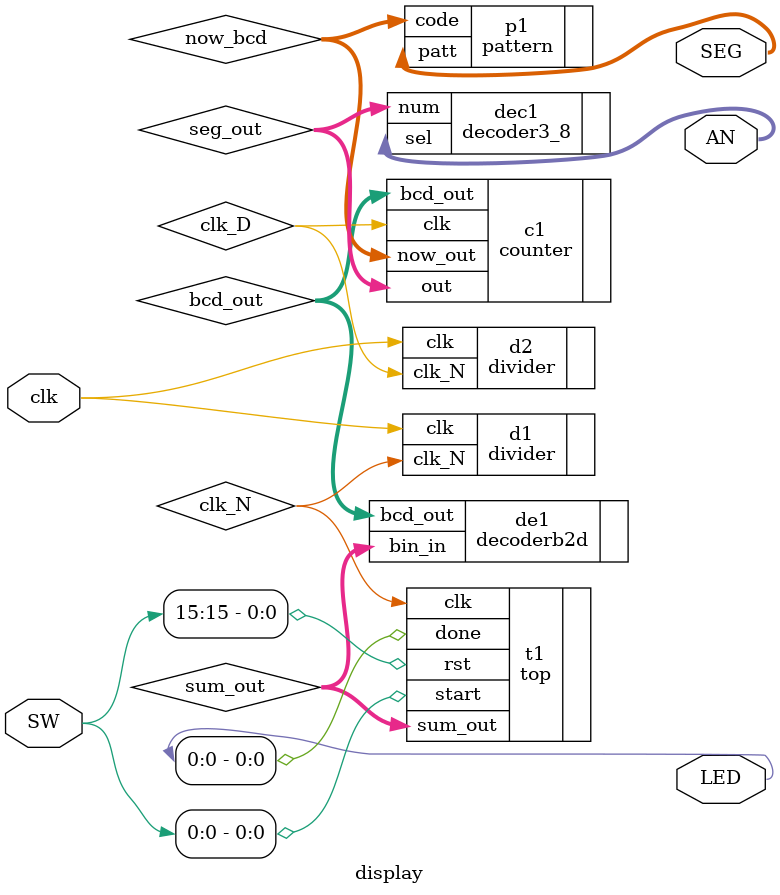
<source format=v>
`timescale 1ns / 1ps


module display(SW, LED, AN, SEG, clk);
    input clk;              // ÏµÍ³Ê±ÖÓ
    output [7:0] SEG;  		// ·Ö±ð¶ÔÓ¦CA¡¢CB¡¢CC¡¢CD¡¢CE¡¢CF¡¢CGºÍDP
    output [7:0] AN;        // 8Î»ÊýÂë¹ÜÆ¬Ñ¡ÐÅºÅ
    input [15:0] SW;
    output [15:0] LED;
    wire clk_N, clk_D;
    wire [31:0] sum_out;
    wire [31:0] bcd_out;
    
    divider d1(.clk(clk), .clk_N(clk_N));
    divider #(10000) d2(.clk(clk), .clk_N(clk_D));
    top t1(.clk(clk_N), .start(SW[0]), .rst(SW[15]), .done(LED[0]), .sum_out(sum_out));
    
    decoderb2d de1(.bin_in(sum_out), .bcd_out(bcd_out));
    
    wire [2:0] seg_out;
    wire [3:0] now_bcd;
    counter c1(.clk(clk_D), .out(seg_out), .bcd_out(bcd_out), .now_out(now_bcd));
    
    pattern p1(.code(now_bcd), .patt(SEG));
    
    decoder3_8 dec1(.num(seg_out), .sel(AN));
    
    
    
endmodule

</source>
